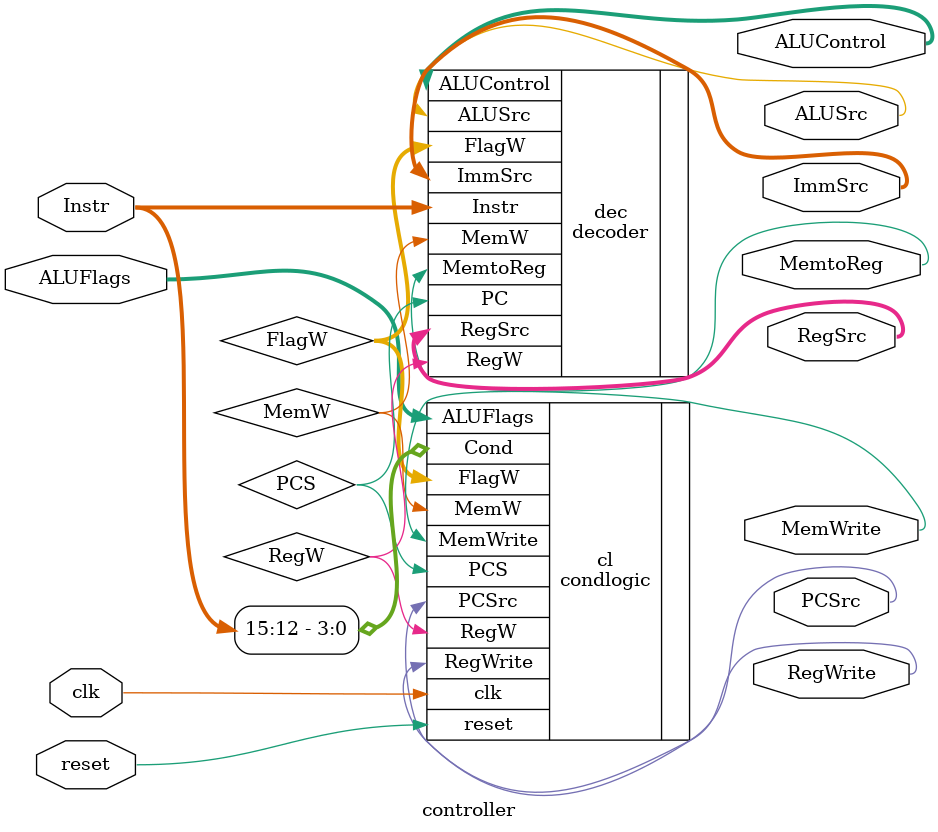
<source format=sv>
module controller(input logic clk, 
						input logic reset,
						input logic [15:0] Instr,
						input logic [3:0] ALUFlags,
						output logic [1:0] RegSrc,
						output logic RegWrite,
						output logic [1:0] ImmSrc,
						output logic ALUSrc,
						output logic [1:0] ALUControl,
						output logic MemWrite, 
						output logic MemtoReg,
						output logic PCSrc
);

	logic [1:0] FlagW;
	logic PCS, RegW, MemW;
	
	decoder dec(
					.Instr(Instr),
					.FlagW(FlagW),
					.PC(PCS),
					.RegW(RegW),
					.MemW(MemW),
					.MemtoReg(MemtoReg),
					.ALUSrc(ALUSrc),
					.ImmSrc(ImmSrc),
					.RegSrc(RegSrc),
					.ALUControl(ALUControl)
    );
	
	condlogic cl(
					.clk(clk), 
					.reset(reset), 
					.Cond(Instr[15:12]), 
					.ALUFlags(ALUFlags),
					.FlagW(FlagW), 
					.PCS(PCS), 
					.RegW(RegW), 
					.MemW(MemW),
					.PCSrc(PCSrc), 
					.RegWrite(RegWrite), 
					.MemWrite(MemWrite)
    );

endmodule
</source>
